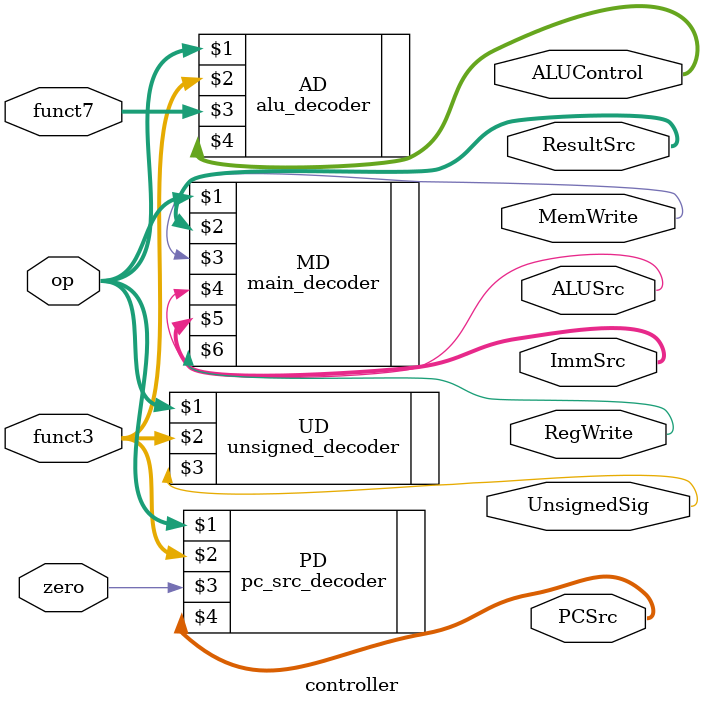
<source format=v>


module controller (op, funct3, funct7, zero, PCSrc, ResultSrc, MemWrite, ALUControl, ALUSrc, ImmSrc, RegWrite, UnsignedSig);
	
	input [6:0] op;
	input [2:0] funct3;
	input [6:0] funct7;
	input zero;
	
	output MemWrite, ALUSrc, RegWrite, UnsignedSig;
	output [1:0] PCSrc, ResultSrc;
	output [2:0] ALUControl, ImmSrc;
	
	main_decoder MD(op, ResultSrc, MemWrite, ALUSrc, ImmSrc, RegWrite);
	pc_src_decoder PD(op, funct3, zero, PCSrc);
	alu_decoder AD(op, funct3, funct7, ALUControl);
	unsigned_decoder UD(op, funct3, UnsignedSig);
	
endmodule
</source>
